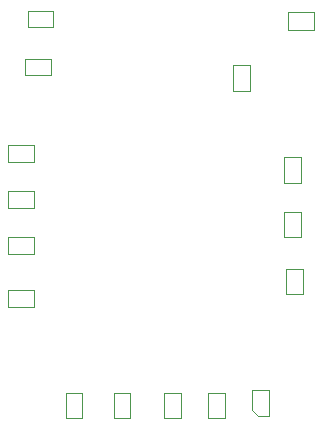
<source format=gbr>
G04 DipTrace 4.0.0.2*
G04 TopAssembly.gbr*
%MOIN*%
G04 #@! TF.FileFunction,Drawing,Top*
G04 #@! TF.Part,Single*
%ADD10C,0.004724*%
%FSLAX26Y26*%
G04*
G70*
G90*
G75*
G01*
G04 TopAssy*
%LPD*%
X648708Y1316960D2*
D10*
Y1374440D1*
X562094D1*
Y1316960D1*
X648708D1*
X648709Y833961D2*
X648707Y891441D1*
X562093Y891439D1*
X562094Y833959D1*
X648709Y833961D1*
Y1008961D2*
X648707Y1066441D1*
X562093Y1066439D1*
X562094Y1008959D1*
X648709Y1008961D1*
Y1162961D2*
X648707Y1220441D1*
X562093Y1220439D1*
X562094Y1162959D1*
X648709Y1162961D1*
X1535958Y1332221D2*
X1480840Y1332219D1*
X1480843Y1247179D1*
X1535962Y1247181D1*
X1535958Y1332221D1*
X1535957Y1150221D2*
X1480839Y1150218D1*
X1480844Y1065179D1*
X1535962Y1065182D1*
X1535957Y1150221D1*
X1228843Y463179D2*
X1283961Y463181D1*
X1283958Y548221D1*
X1228840Y548219D1*
X1228843Y463179D1*
X1081843D2*
X1136961Y463181D1*
X1136958Y548221D1*
X1081840Y548219D1*
X1081843Y463179D1*
X913843Y463180D2*
X968961Y463181D1*
X968959Y548220D1*
X913841Y548219D1*
X913843Y463180D1*
X752843D2*
X807961Y463181D1*
X807959Y548220D1*
X752841Y548219D1*
X752843Y463180D1*
X703921Y1605142D2*
X703920Y1660260D1*
X618880Y1660258D1*
X618882Y1605140D1*
X703921Y1605142D1*
X710921Y1766143D2*
X710919Y1821261D1*
X625880Y1821257D1*
X625882Y1766139D1*
X710921Y1766143D1*
X1579708Y1757960D2*
Y1815440D1*
X1493094D1*
Y1757960D1*
X1579708D1*
X1311661Y1554392D2*
X1369142Y1554393D1*
X1369140Y1641008D1*
X1311660Y1641007D1*
X1311661Y1554392D1*
X1432141Y469393D2*
X1393690D1*
X1374661Y488422D1*
Y556007D1*
X1432141D1*
Y469393D1*
X1487842Y876180D2*
X1542960D1*
Y961220D1*
X1487842D1*
Y876180D1*
M02*

</source>
